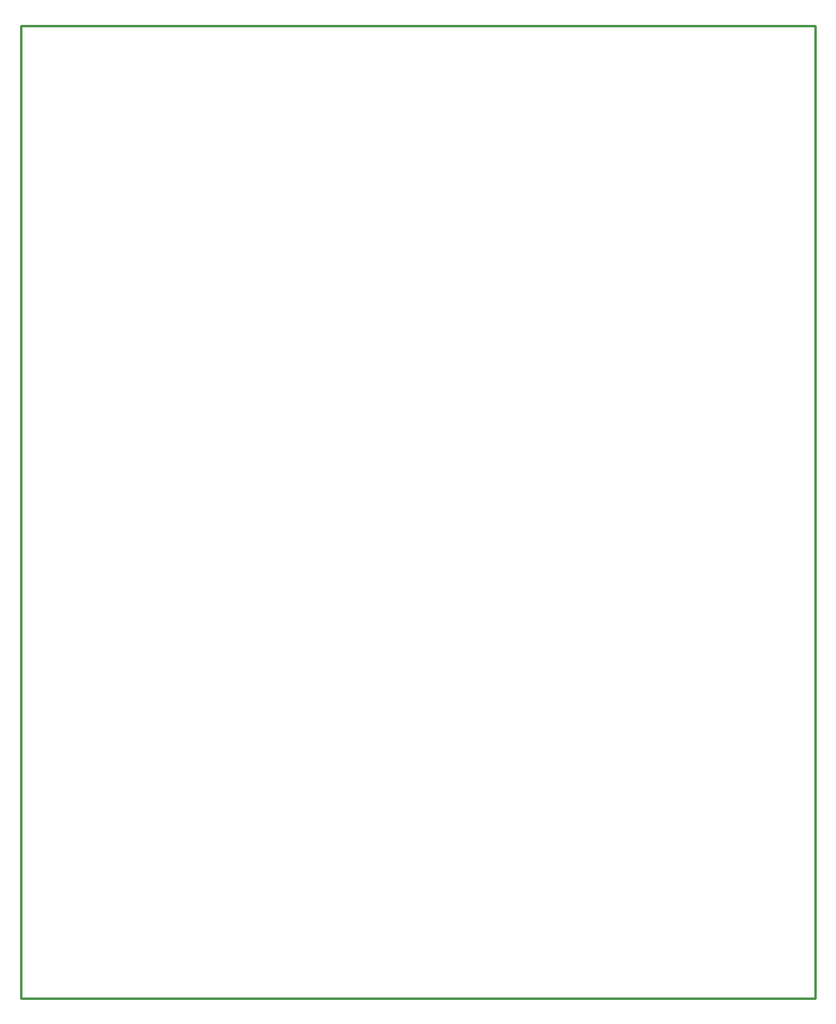
<source format=gbr>
G04 EAGLE Gerber RS-274X export*
G75*
%MOMM*%
%FSLAX34Y34*%
%LPD*%
%IN*%
%IPPOS*%
%AMOC8*
5,1,8,0,0,1.08239X$1,22.5*%
G01*
%ADD10C,0.254000*%


D10*
X0Y0D02*
X838000Y0D01*
X838000Y1025400D01*
X0Y1025400D01*
X0Y0D01*
M02*

</source>
